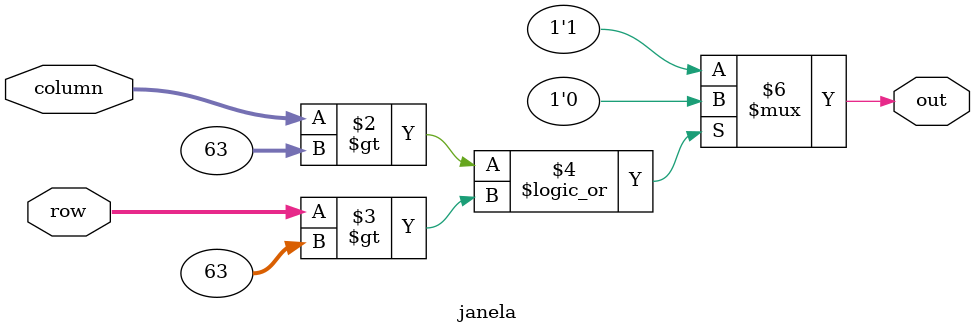
<source format=v>
module janela(column, row, out);
    input [9:0] column;
    input [9:0] row;
    output reg out;

    always @(column or row) begin
        if (column > 'd63 || row > 'd63) 
            out = 0;
        else 
            out = 1;
    end

endmodule
</source>
